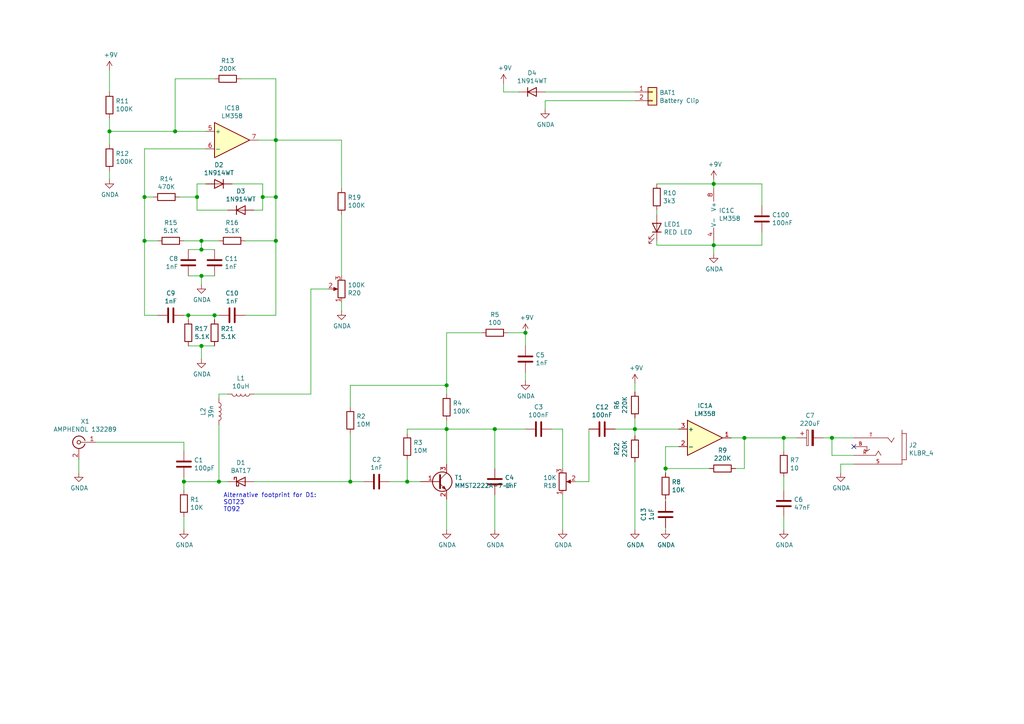
<source format=kicad_sch>
(kicad_sch (version 20210125) (generator eeschema)
  (paper "A4")
  (lib_symbols
    (symbol "Amplifier_Operational:LM358" (pin_names (offset 0.127))
      (property "Reference" "U" (at 0 5.08 0))
      (property "Value" "LM358" (at 0 -5.08 0))
      (symbol "LM358_1_1"
        (polyline (pts (xy -5.08 5.08) (xy 5.08 0) (xy -5.08 -5.08) (xy -5.08 5.08)) (stroke (width 0.254)) (fill (type background)))
        (pin output line (at 7.62 0 180) (length 2.54) (name "~") (number "1"))
        (pin input line (at -7.62 -2.54 0) (length 2.54) (name "-") (number "2"))
        (pin input line (at -7.62 2.54 0) (length 2.54) (name "+") (number "3"))
      )
      (symbol "LM358_2_1"
        (polyline (pts (xy -5.08 5.08) (xy 5.08 0) (xy -5.08 -5.08) (xy -5.08 5.08)) (stroke (width 0.254)) (fill (type background)))
        (pin input line (at -7.62 2.54 0) (length 2.54) (name "+") (number "5"))
        (pin input line (at -7.62 -2.54 0) (length 2.54) (name "-") (number "6"))
        (pin output line (at 7.62 0 180) (length 2.54) (name "~") (number "7"))
      )
      (symbol "LM358_3_1"
        (pin power_in line (at -2.54 -7.62 90) (length 3.81) (name "V-") (number "4"))
        (pin power_in line (at -2.54 7.62 270) (length 3.81) (name "V+") (number "8"))
      )
    )
    (symbol "Connector:Conn_Coaxial" (pin_names (offset 1.016) hide)
      (property "Reference" "J" (at 0.254 3.048 0))
      (property "Value" "Conn_Coaxial" (at 2.921 0 90))
      (symbol "Conn_Coaxial_0_1"
        (arc (start -1.778 0.508) (end 1.778 0) (radius (at -0.0508 0) (length 1.8034) (angles 163.6 0)) (stroke (width 0.254)))
        (arc (start 1.778 0) (end -1.778 -0.508) (radius (at -0.0254 0) (length 1.8034) (angles 0 -163.8)) (stroke (width 0.254)))
        (circle (center 0 0) (radius 0.508) (stroke (width 0.2032)))
        (polyline (pts (xy -2.54 0) (xy -0.508 0)))
        (polyline (pts (xy 0 -2.54) (xy 0 -1.778)))
      )
      (symbol "Conn_Coaxial_1_1"
        (pin passive line (at -5.08 0 0) (length 2.54) (name "In") (number "1"))
        (pin passive line (at 0 -5.08 90) (length 2.54) (name "Ext") (number "2"))
      )
    )
    (symbol "Connector_Generic:Conn_01x02" (pin_names (offset 1.016) hide)
      (property "Reference" "J" (at 0 2.54 0))
      (property "Value" "Conn_01x02" (at 0 -5.08 0))
      (symbol "Conn_01x02_1_1"
        (rectangle (start -1.27 -2.413) (end 0 -2.667) (stroke (width 0.1524)))
        (rectangle (start -1.27 0.127) (end 0 -0.127) (stroke (width 0.1524)))
        (rectangle (start -1.27 1.27) (end 1.27 -3.81) (stroke (width 0.254)) (fill (type background)))
        (pin passive line (at -5.08 0 0) (length 3.81) (name "Pin_1") (number "1"))
        (pin passive line (at -5.08 -2.54 0) (length 3.81) (name "Pin_2") (number "2"))
      )
    )
    (symbol "Device:C" (pin_numbers hide) (pin_names (offset 0.254))
      (property "Reference" "C" (at 0.635 2.54 0))
      (property "Value" "C" (at 0.635 -2.54 0))
      (symbol "C_0_1"
        (polyline (pts (xy -2.032 -0.762) (xy 2.032 -0.762)) (stroke (width 0.508)))
        (polyline (pts (xy -2.032 0.762) (xy 2.032 0.762)) (stroke (width 0.508)))
      )
      (symbol "C_1_1"
        (pin passive line (at 0 3.81 270) (length 2.794) (name "~") (number "1"))
        (pin passive line (at 0 -3.81 90) (length 2.794) (name "~") (number "2"))
      )
    )
    (symbol "Device:D_Schottky" (pin_numbers hide) (pin_names (offset 1.016) hide)
      (property "Reference" "D" (at 0 2.54 0))
      (property "Value" "D_Schottky" (at 0 -2.54 0))
      (symbol "D_Schottky_0_1"
        (polyline (pts (xy 1.27 0) (xy -1.27 0)))
        (polyline (pts (xy 1.27 1.27) (xy 1.27 -1.27) (xy -1.27 0) (xy 1.27 1.27)) (stroke (width 0.254)))
        (polyline (pts (xy -1.905 0.635) (xy -1.905 1.27) (xy -1.27 1.27) (xy -1.27 -1.27) (xy -0.635 -1.27) (xy -0.635 -0.635)) (stroke (width 0.254)))
      )
      (symbol "D_Schottky_1_1"
        (pin passive line (at -3.81 0 0) (length 2.54) (name "K") (number "1"))
        (pin passive line (at 3.81 0 180) (length 2.54) (name "A") (number "2"))
      )
    )
    (symbol "Device:L" (pin_numbers hide) (pin_names (offset 1.016) hide)
      (property "Reference" "L" (at -1.27 0 90))
      (property "Value" "L" (at 1.905 0 90))
      (symbol "L_0_1"
        (arc (start 0 -2.54) (end 0 -1.27) (radius (at 0 -1.905) (length 0.635) (angles -89.9 89.9)))
        (arc (start 0 -1.27) (end 0 0) (radius (at 0 -0.635) (length 0.635) (angles -89.9 89.9)))
        (arc (start 0 0) (end 0 1.27) (radius (at 0 0.635) (length 0.635) (angles -89.9 89.9)))
        (arc (start 0 1.27) (end 0 2.54) (radius (at 0 1.905) (length 0.635) (angles -89.9 89.9)))
      )
      (symbol "L_1_1"
        (pin passive line (at 0 3.81 270) (length 1.27) (name "1") (number "1"))
        (pin passive line (at 0 -3.81 90) (length 1.27) (name "2") (number "2"))
      )
    )
    (symbol "Device:LED" (pin_numbers hide) (pin_names (offset 1.016) hide)
      (property "Reference" "D" (at 0 2.54 0))
      (property "Value" "LED" (at 0 -2.54 0))
      (symbol "LED_0_1"
        (polyline (pts (xy -1.27 -1.27) (xy -1.27 1.27)) (stroke (width 0.254)))
        (polyline (pts (xy -1.27 0) (xy 1.27 0)))
        (polyline (pts (xy 1.27 -1.27) (xy 1.27 1.27) (xy -1.27 0) (xy 1.27 -1.27)) (stroke (width 0.254)))
        (polyline (pts (xy -3.048 -0.762) (xy -4.572 -2.286) (xy -3.81 -2.286) (xy -4.572 -2.286) (xy -4.572 -1.524)))
        (polyline (pts (xy -1.778 -0.762) (xy -3.302 -2.286) (xy -2.54 -2.286) (xy -3.302 -2.286) (xy -3.302 -1.524)))
      )
      (symbol "LED_1_1"
        (pin passive line (at -3.81 0 0) (length 2.54) (name "K") (number "1"))
        (pin passive line (at 3.81 0 180) (length 2.54) (name "A") (number "2"))
      )
    )
    (symbol "Device:R" (pin_numbers hide) (pin_names (offset 0))
      (property "Reference" "R" (at 2.032 0 90))
      (property "Value" "R" (at 0 0 90))
      (symbol "R_0_1"
        (rectangle (start -1.016 -2.54) (end 1.016 2.54) (stroke (width 0.254)))
      )
      (symbol "R_1_1"
        (pin passive line (at 0 3.81 270) (length 1.27) (name "~") (number "1"))
        (pin passive line (at 0 -3.81 90) (length 1.27) (name "~") (number "2"))
      )
    )
    (symbol "Diode:1N914WT" (pin_numbers hide) (pin_names (offset 1.016) hide)
      (property "Reference" "D" (at 0 2.54 0))
      (property "Value" "1N914WT" (at 0 -2.54 0))
      (symbol "1N914WT_0_1"
        (polyline (pts (xy -1.27 1.27) (xy -1.27 -1.27)) (stroke (width 0.254)))
        (polyline (pts (xy 1.27 0) (xy -1.27 0)))
        (polyline (pts (xy 1.27 1.27) (xy 1.27 -1.27) (xy -1.27 0) (xy 1.27 1.27)) (stroke (width 0.254)))
      )
      (symbol "1N914WT_1_1"
        (pin passive line (at -3.81 0 0) (length 2.54) (name "K") (number "1"))
        (pin passive line (at 3.81 0 180) (length 2.54) (name "A") (number "2"))
      )
    )
    (symbol "Transistor_BJT:BC847W" (pin_names (offset 0) hide)
      (property "Reference" "Q" (at 5.08 1.905 0))
      (property "Value" "BC847W" (at 5.08 0 0))
      (symbol "BC847W_0_1"
        (circle (center 1.27 0) (radius 2.8194) (stroke (width 0.254)))
        (polyline (pts (xy 0.635 0.635) (xy 2.54 2.54)))
        (polyline (pts (xy 0.635 -0.635) (xy 2.54 -2.54) (xy 2.54 -2.54)))
        (polyline (pts (xy 0.635 1.905) (xy 0.635 -1.905) (xy 0.635 -1.905)) (stroke (width 0.508)))
        (polyline (pts (xy 1.27 -1.778) (xy 1.778 -1.27) (xy 2.286 -2.286) (xy 1.27 -1.778) (xy 1.27 -1.778)) (fill (type outline)))
      )
      (symbol "BC847W_1_1"
        (pin input line (at -5.08 0 0) (length 5.715) (name "B") (number "1"))
        (pin passive line (at 2.54 -5.08 90) (length 2.54) (name "E") (number "2"))
        (pin passive line (at 2.54 5.08 270) (length 2.54) (name "C") (number "3"))
      )
    )
    (symbol "sinitsa-rescue:C_Polarized-Device-sinitsa-rescue" (pin_numbers hide) (pin_names (offset 0.254))
      (property "Reference" "C" (at 0.635 2.54 0))
      (property "Value" "C_Polarized-Device-sinitsa-rescue" (at 0.635 -2.54 0))
      (symbol "C_Polarized-Device-sinitsa-rescue_0_1"
        (rectangle (start -2.286 0.508) (end 2.286 1.016))
        (rectangle (start 2.286 -0.508) (end -2.286 -1.016) (fill (type outline)))
        (polyline (pts (xy -1.778 2.286) (xy -0.762 2.286)))
        (polyline (pts (xy -1.27 2.794) (xy -1.27 1.778)))
      )
      (symbol "C_Polarized-Device-sinitsa-rescue_1_1"
        (pin passive line (at 0 3.81 270) (length 2.794) (name "~") (number "1"))
        (pin passive line (at 0 -3.81 90) (length 2.794) (name "~") (number "2"))
      )
    )
    (symbol "sinitsa-rescue:KLBR_4-LUMBERG_3.5-sinitsa-rescue" (pin_names (offset 0))
      (property "Reference" "J" (at 0 5.08 0))
      (property "Value" "KLBR_4-LUMBERG_3.5-sinitsa-rescue" (at 0 7.62 0))
      (symbol "KLBR_4-LUMBERG_3.5-sinitsa-rescue_1_1"
        (polyline (pts (xy -17.78 -6.35) (xy -16.51 -6.35)))
        (polyline (pts (xy -17.78 1.27) (xy -17.78 -6.35)))
        (polyline (pts (xy -16.51 1.27) (xy -17.78 1.27)))
        (polyline (pts (xy -16.51 2.286) (xy -16.51 -7.62)))
        (polyline (pts (xy -14.224 0) (xy -13.462 -1.27)))
        (polyline (pts (xy -13.462 -1.27) (xy -12.446 0)))
        (polyline (pts (xy -10.414 -5.08) (xy -9.652 -3.81)))
        (polyline (pts (xy -9.652 -3.81) (xy -8.89 -5.08)))
        (polyline (pts (xy -7.112 -3.302) (xy -6.35 -3.81)))
        (polyline (pts (xy -6.35 -3.81) (xy -6.35 -2.54)))
        (polyline (pts (xy -5.588 -3.302) (xy -6.35 -3.81)))
        (pin unspecified line (at -2.54 -2.54 180) (length 3.81) (name "B") (number "B"))
        (pin unspecified line (at -2.54 -5.08 180) (length 6.35) (name "R") (number "R"))
        (pin unspecified line (at -2.54 -7.62 180) (length 13.97) (name "S") (number "S"))
        (pin unspecified line (at -2.54 0 180) (length 9.906) (name "T") (number "T"))
      )
    )
    (symbol "sinitsa-rescue:R_Potentiometer-Device-sinitsa-rescue" (pin_names (offset 1.016) hide)
      (property "Reference" "RV" (at -4.445 0 90))
      (property "Value" "R_Potentiometer-Device-sinitsa-rescue" (at -2.54 0 90))
      (symbol "R_Potentiometer-Device-sinitsa-rescue_0_1"
        (rectangle (start 1.016 2.54) (end -1.016 -2.54) (stroke (width 0.254)))
        (polyline (pts (xy 2.54 0) (xy 1.524 0)))
        (polyline (pts (xy 1.143 0) (xy 2.286 0.508) (xy 2.286 -0.508) (xy 1.143 0)) (fill (type outline)))
      )
      (symbol "R_Potentiometer-Device-sinitsa-rescue_1_1"
        (pin passive line (at 0 3.81 270) (length 1.27) (name "1") (number "1"))
        (pin passive line (at 3.81 0 180) (length 1.27) (name "2") (number "2"))
        (pin passive line (at 0 -3.81 90) (length 1.27) (name "3") (number "3"))
      )
    )
    (symbol "power:+9V" (power) (pin_names (offset 0))
      (property "Value" "+9V" (at 0 3.556 0))
      (symbol "+9V_0_1"
        (polyline (pts (xy -0.762 1.27) (xy 0 2.54)))
        (polyline (pts (xy 0 0) (xy 0 2.54)))
        (polyline (pts (xy 0 2.54) (xy 0.762 1.27)))
      )
      (symbol "+9V_1_1"
        (pin power_in line (at 0 0 90) (length 0) hide (name "+9V") (number "1"))
      )
    )
    (symbol "power:GNDA" (power) (pin_names (offset 0))
      (property "Value" "GNDA" (at 0 -3.81 0))
      (symbol "GNDA_0_1"
        (polyline (pts (xy 0 0) (xy 0 -1.27) (xy 1.27 -1.27) (xy 0 -2.54) (xy -1.27 -1.27) (xy 0 -1.27)))
      )
      (symbol "GNDA_1_1"
        (pin power_in line (at 0 0 270) (length 0) hide (name "GNDA") (number "1"))
      )
    )
  )
  (junction (at 31.75 38.1) (diameter 1.016))
  (junction (at 41.91 57.15) (diameter 1.016))
  (junction (at 41.91 69.85) (diameter 1.016))
  (junction (at 50.8 38.1) (diameter 1.016))
  (junction (at 53.34 139.7) (diameter 1.016))
  (junction (at 54.61 91.44) (diameter 1.016))
  (junction (at 57.15 57.15) (diameter 1.016))
  (junction (at 58.42 69.85) (diameter 1.016))
  (junction (at 58.42 72.39) (diameter 1.016))
  (junction (at 58.42 80.01) (diameter 1.016))
  (junction (at 58.42 100.33) (diameter 1.016))
  (junction (at 62.23 91.44) (diameter 1.016))
  (junction (at 63.5 139.7) (diameter 1.016))
  (junction (at 76.2 57.15) (diameter 1.016))
  (junction (at 80.01 40.64) (diameter 1.016))
  (junction (at 80.01 57.15) (diameter 1.016))
  (junction (at 80.01 69.85) (diameter 1.016))
  (junction (at 101.6 139.7) (diameter 1.016))
  (junction (at 118.11 139.7) (diameter 1.016))
  (junction (at 129.54 111.76) (diameter 1.016))
  (junction (at 129.54 124.46) (diameter 1.016))
  (junction (at 143.51 124.46) (diameter 1.016))
  (junction (at 152.4 96.52) (diameter 1.016))
  (junction (at 184.15 124.46) (diameter 1.016))
  (junction (at 193.04 135.89) (diameter 1.016))
  (junction (at 207.01 53.34) (diameter 1.016))
  (junction (at 207.01 71.12) (diameter 1.016))
  (junction (at 215.9 127) (diameter 1.016))
  (junction (at 227.33 127) (diameter 1.016))
  (junction (at 241.3 127) (diameter 1.016))
  (no_connect (at 247.65 129.54))
  (wire (pts (xy 22.86 133.35) (xy 22.86 137.16)))
  (wire (pts (xy 27.94 128.27) (xy 53.34 128.27)))
  (wire (pts (xy 31.75 26.67) (xy 31.75 20.32)))
  (wire (pts (xy 31.75 38.1) (xy 31.75 34.29)))
  (wire (pts (xy 31.75 38.1) (xy 31.75 41.91)))
  (wire (pts (xy 31.75 38.1) (xy 50.8 38.1)))
  (wire (pts (xy 31.75 49.53) (xy 31.75 52.07)))
  (wire (pts (xy 41.91 43.18) (xy 41.91 57.15)))
  (wire (pts (xy 41.91 57.15) (xy 41.91 69.85)))
  (wire (pts (xy 41.91 69.85) (xy 41.91 91.44)))
  (wire (pts (xy 41.91 69.85) (xy 45.72 69.85)))
  (wire (pts (xy 41.91 91.44) (xy 45.72 91.44)))
  (wire (pts (xy 44.45 57.15) (xy 41.91 57.15)))
  (wire (pts (xy 50.8 22.86) (xy 50.8 38.1)))
  (wire (pts (xy 52.07 57.15) (xy 57.15 57.15)))
  (wire (pts (xy 53.34 69.85) (xy 58.42 69.85)))
  (wire (pts (xy 53.34 91.44) (xy 54.61 91.44)))
  (wire (pts (xy 53.34 128.27) (xy 53.34 130.81)))
  (wire (pts (xy 53.34 138.43) (xy 53.34 139.7)))
  (wire (pts (xy 53.34 139.7) (xy 53.34 142.24)))
  (wire (pts (xy 53.34 149.86) (xy 53.34 153.67)))
  (wire (pts (xy 54.61 72.39) (xy 58.42 72.39)))
  (wire (pts (xy 54.61 80.01) (xy 58.42 80.01)))
  (wire (pts (xy 54.61 91.44) (xy 62.23 91.44)))
  (wire (pts (xy 54.61 92.71) (xy 54.61 91.44)))
  (wire (pts (xy 54.61 100.33) (xy 58.42 100.33)))
  (wire (pts (xy 57.15 53.34) (xy 57.15 57.15)))
  (wire (pts (xy 57.15 53.34) (xy 59.69 53.34)))
  (wire (pts (xy 57.15 57.15) (xy 57.15 60.96)))
  (wire (pts (xy 57.15 60.96) (xy 66.04 60.96)))
  (wire (pts (xy 58.42 69.85) (xy 63.5 69.85)))
  (wire (pts (xy 58.42 72.39) (xy 58.42 69.85)))
  (wire (pts (xy 58.42 72.39) (xy 62.23 72.39)))
  (wire (pts (xy 58.42 80.01) (xy 58.42 82.55)))
  (wire (pts (xy 58.42 100.33) (xy 58.42 104.14)))
  (wire (pts (xy 58.42 100.33) (xy 62.23 100.33)))
  (wire (pts (xy 59.69 38.1) (xy 50.8 38.1)))
  (wire (pts (xy 59.69 43.18) (xy 41.91 43.18)))
  (wire (pts (xy 62.23 22.86) (xy 50.8 22.86)))
  (wire (pts (xy 62.23 80.01) (xy 58.42 80.01)))
  (wire (pts (xy 62.23 91.44) (xy 63.5 91.44)))
  (wire (pts (xy 62.23 92.71) (xy 62.23 91.44)))
  (wire (pts (xy 63.5 114.3) (xy 66.04 114.3)))
  (wire (pts (xy 63.5 115.57) (xy 63.5 114.3)))
  (wire (pts (xy 63.5 123.19) (xy 63.5 139.7)))
  (wire (pts (xy 63.5 139.7) (xy 53.34 139.7)))
  (wire (pts (xy 66.04 139.7) (xy 63.5 139.7)))
  (wire (pts (xy 67.31 53.34) (xy 76.2 53.34)))
  (wire (pts (xy 71.12 69.85) (xy 80.01 69.85)))
  (wire (pts (xy 71.12 91.44) (xy 80.01 91.44)))
  (wire (pts (xy 73.66 114.3) (xy 90.17 114.3)))
  (wire (pts (xy 73.66 139.7) (xy 101.6 139.7)))
  (wire (pts (xy 74.93 40.64) (xy 80.01 40.64)))
  (wire (pts (xy 76.2 53.34) (xy 76.2 57.15)))
  (wire (pts (xy 76.2 57.15) (xy 76.2 60.96)))
  (wire (pts (xy 76.2 60.96) (xy 73.66 60.96)))
  (wire (pts (xy 80.01 22.86) (xy 69.85 22.86)))
  (wire (pts (xy 80.01 40.64) (xy 80.01 22.86)))
  (wire (pts (xy 80.01 40.64) (xy 80.01 57.15)))
  (wire (pts (xy 80.01 40.64) (xy 99.06 40.64)))
  (wire (pts (xy 80.01 57.15) (xy 76.2 57.15)))
  (wire (pts (xy 80.01 69.85) (xy 80.01 57.15)))
  (wire (pts (xy 80.01 91.44) (xy 80.01 69.85)))
  (wire (pts (xy 90.17 83.82) (xy 95.25 83.82)))
  (wire (pts (xy 90.17 114.3) (xy 90.17 83.82)))
  (wire (pts (xy 99.06 54.61) (xy 99.06 40.64)))
  (wire (pts (xy 99.06 62.23) (xy 99.06 80.01)))
  (wire (pts (xy 99.06 87.63) (xy 99.06 90.17)))
  (wire (pts (xy 101.6 111.76) (xy 129.54 111.76)))
  (wire (pts (xy 101.6 118.11) (xy 101.6 111.76)))
  (wire (pts (xy 101.6 139.7) (xy 101.6 125.73)))
  (wire (pts (xy 105.41 139.7) (xy 101.6 139.7)))
  (wire (pts (xy 113.03 139.7) (xy 118.11 139.7)))
  (wire (pts (xy 118.11 124.46) (xy 118.11 125.73)))
  (wire (pts (xy 118.11 139.7) (xy 118.11 133.35)))
  (wire (pts (xy 121.92 139.7) (xy 118.11 139.7)))
  (wire (pts (xy 129.54 96.52) (xy 139.7 96.52)))
  (wire (pts (xy 129.54 111.76) (xy 129.54 96.52)))
  (wire (pts (xy 129.54 111.76) (xy 129.54 114.3)))
  (wire (pts (xy 129.54 124.46) (xy 118.11 124.46)))
  (wire (pts (xy 129.54 124.46) (xy 129.54 121.92)))
  (wire (pts (xy 129.54 124.46) (xy 129.54 134.62)))
  (wire (pts (xy 129.54 124.46) (xy 143.51 124.46)))
  (wire (pts (xy 129.54 144.78) (xy 129.54 153.67)))
  (wire (pts (xy 143.51 124.46) (xy 152.4 124.46)))
  (wire (pts (xy 143.51 135.89) (xy 143.51 124.46)))
  (wire (pts (xy 143.51 153.67) (xy 143.51 143.51)))
  (wire (pts (xy 146.05 26.67) (xy 146.05 24.13)))
  (wire (pts (xy 146.05 26.67) (xy 150.495 26.67)))
  (wire (pts (xy 147.32 96.52) (xy 152.4 96.52)))
  (wire (pts (xy 152.4 96.52) (xy 152.4 100.33)))
  (wire (pts (xy 152.4 110.49) (xy 152.4 107.95)))
  (wire (pts (xy 158.115 26.67) (xy 184.15 26.67)))
  (wire (pts (xy 158.115 29.21) (xy 158.115 31.75)))
  (wire (pts (xy 158.115 29.21) (xy 184.15 29.21)))
  (wire (pts (xy 160.02 124.46) (xy 163.195 124.46)))
  (wire (pts (xy 163.195 124.46) (xy 163.195 135.89)))
  (wire (pts (xy 163.195 143.51) (xy 163.195 153.67)))
  (wire (pts (xy 167.005 139.7) (xy 170.815 139.7)))
  (wire (pts (xy 170.815 139.7) (xy 170.815 124.46)))
  (wire (pts (xy 178.435 124.46) (xy 184.15 124.46)))
  (wire (pts (xy 184.15 111.125) (xy 184.15 113.665)))
  (wire (pts (xy 184.15 121.285) (xy 184.15 124.46)))
  (wire (pts (xy 184.15 124.46) (xy 184.15 126.365)))
  (wire (pts (xy 184.15 124.46) (xy 196.85 124.46)))
  (wire (pts (xy 184.15 133.985) (xy 184.15 153.67)))
  (wire (pts (xy 190.5 60.96) (xy 190.5 62.23)))
  (wire (pts (xy 190.5 69.85) (xy 190.5 71.12)))
  (wire (pts (xy 190.5 71.12) (xy 207.01 71.12)))
  (wire (pts (xy 193.04 129.54) (xy 193.04 135.89)))
  (wire (pts (xy 193.04 135.89) (xy 193.04 137.16)))
  (wire (pts (xy 193.04 144.78) (xy 193.04 145.415)))
  (wire (pts (xy 193.04 153.035) (xy 193.04 153.67)))
  (wire (pts (xy 196.85 129.54) (xy 193.04 129.54)))
  (wire (pts (xy 205.74 135.89) (xy 193.04 135.89)))
  (wire (pts (xy 207.01 52.07) (xy 207.01 53.34)))
  (wire (pts (xy 207.01 53.34) (xy 190.5 53.34)))
  (wire (pts (xy 207.01 53.34) (xy 207.01 54.61)))
  (wire (pts (xy 207.01 53.34) (xy 220.98 53.34)))
  (wire (pts (xy 207.01 69.85) (xy 207.01 71.12)))
  (wire (pts (xy 207.01 71.12) (xy 207.01 73.66)))
  (wire (pts (xy 207.01 71.12) (xy 220.98 71.12)))
  (wire (pts (xy 212.09 127) (xy 215.9 127)))
  (wire (pts (xy 215.9 127) (xy 215.9 135.89)))
  (wire (pts (xy 215.9 127) (xy 227.33 127)))
  (wire (pts (xy 215.9 135.89) (xy 213.36 135.89)))
  (wire (pts (xy 220.98 53.34) (xy 220.98 59.69)))
  (wire (pts (xy 220.98 71.12) (xy 220.98 67.31)))
  (wire (pts (xy 227.33 127) (xy 227.33 130.81)))
  (wire (pts (xy 227.33 138.43) (xy 227.33 142.24)))
  (wire (pts (xy 227.33 149.86) (xy 227.33 153.67)))
  (wire (pts (xy 231.14 127) (xy 227.33 127)))
  (wire (pts (xy 238.76 127) (xy 241.3 127)))
  (wire (pts (xy 241.3 127) (xy 241.3 132.08)))
  (wire (pts (xy 241.3 127) (xy 247.65 127)))
  (wire (pts (xy 241.3 132.08) (xy 247.65 132.08)))
  (wire (pts (xy 243.84 134.62) (xy 247.65 134.62)))
  (wire (pts (xy 243.84 137.16) (xy 243.84 134.62)))
  (text "Alternative footprint for D1:\nSOT23\nTO92" (at 64.77 148.59 0) (effects (font (size 1.27 1.27)) (justify left bottom)))
  (symbol (lib_id "power:+9V") (at 31.75 20.32 0) (unit 1)
    (property "Reference" "#PWR0112" (effects hide))
    (property "Value" "+9V" (at 32.131 15.9258 0))
  )
  (symbol (lib_id "power:+9V") (at 146.05 24.13 0) (unit 1)
    (property "Reference" "#PWR0115" (effects hide))
    (property "Value" "+9V" (at 146.431 19.7358 0))
  )
  (symbol (lib_id "power:+9V") (at 152.4 96.52 0) (unit 1)
    (property "Reference" "#PWR0119" (effects hide))
    (property "Value" "+9V" (at 152.781 92.1258 0))
  )
  (symbol (lib_id "power:+9V") (at 184.15 111.125 0) (unit 1)
    (property "Reference" "#PWR0121" (effects hide))
    (property "Value" "+9V" (at 184.531 106.7308 0))
  )
  (symbol (lib_id "power:+9V") (at 207.01 52.07 0) (unit 1)
    (property "Reference" "#PWR0118" (effects hide))
    (property "Value" "+9V" (at 207.391 47.6758 0))
  )
  (symbol (lib_id "Device:L") (at 63.5 119.38 0) (unit 1)
    (property "Reference" "L2" (at 58.9026 119.38 90))
    (property "Value" "39n" (at 61.214 119.38 90))
    (property "Footprint" "Inductor_SMD:L_0402_1005Metric" (effects hide))
  )
  (symbol (lib_id "Device:L") (at 69.85 114.3 270) (unit 1)
    (property "Reference" "L1" (at 69.85 109.7026 90))
    (property "Value" "10uH" (at 69.85 112.014 90))
    (property "Footprint" "Inductor_SMD:L_0805_2012Metric" (effects hide))
  )
  (symbol (lib_id "power:GNDA") (at 22.86 137.16 0) (unit 1)
    (property "Reference" "#PWR0102" (effects hide))
    (property "Value" "GNDA" (at 22.987 141.5542 0))
  )
  (symbol (lib_id "power:GNDA") (at 31.75 52.07 0) (unit 1)
    (property "Reference" "#PWR0111" (effects hide))
    (property "Value" "GNDA" (at 31.877 56.4642 0))
  )
  (symbol (lib_id "power:GNDA") (at 53.34 153.67 0) (unit 1)
    (property "Reference" "#PWR0101" (effects hide))
    (property "Value" "GNDA" (at 53.467 158.0642 0))
  )
  (symbol (lib_id "power:GNDA") (at 58.42 82.55 0) (unit 1)
    (property "Reference" "#PWR0113" (effects hide))
    (property "Value" "GNDA" (at 58.547 86.9442 0))
  )
  (symbol (lib_id "power:GNDA") (at 58.42 104.14 0) (unit 1)
    (property "Reference" "#PWR0114" (effects hide))
    (property "Value" "GNDA" (at 58.547 108.5342 0))
  )
  (symbol (lib_id "power:GNDA") (at 99.06 90.17 0) (unit 1)
    (property "Reference" "#PWR0110" (effects hide))
    (property "Value" "GNDA" (at 99.187 94.5642 0))
  )
  (symbol (lib_id "power:GNDA") (at 129.54 153.67 0) (unit 1)
    (property "Reference" "#PWR0103" (effects hide))
    (property "Value" "GNDA" (at 129.667 158.0642 0))
  )
  (symbol (lib_id "power:GNDA") (at 143.51 153.67 0) (unit 1)
    (property "Reference" "#PWR0105" (effects hide))
    (property "Value" "GNDA" (at 143.637 158.0642 0))
  )
  (symbol (lib_id "power:GNDA") (at 152.4 110.49 0) (unit 1)
    (property "Reference" "#PWR0104" (effects hide))
    (property "Value" "GNDA" (at 152.527 114.8842 0))
  )
  (symbol (lib_id "power:GNDA") (at 158.115 31.75 0) (unit 1)
    (property "Reference" "#PWR0116" (effects hide))
    (property "Value" "GNDA" (at 158.242 36.1442 0))
  )
  (symbol (lib_id "power:GNDA") (at 163.195 153.67 0) (unit 1)
    (property "Reference" "#PWR0106" (effects hide))
    (property "Value" "GNDA" (at 163.322 158.0642 0))
  )
  (symbol (lib_id "power:GNDA") (at 184.15 153.67 0) (unit 1)
    (property "Reference" "#PWR0120" (effects hide))
    (property "Value" "GNDA" (at 184.277 158.0642 0))
  )
  (symbol (lib_id "power:GNDA") (at 193.04 153.67 0) (unit 1)
    (property "Reference" "#PWR0107" (effects hide))
    (property "Value" "GNDA" (at 193.167 158.0642 0))
  )
  (symbol (lib_id "power:GNDA") (at 207.01 73.66 0) (unit 1)
    (property "Reference" "#PWR0117" (effects hide))
    (property "Value" "GNDA" (at 207.137 78.0542 0))
  )
  (symbol (lib_id "power:GNDA") (at 227.33 153.67 0) (unit 1)
    (property "Reference" "#PWR0108" (effects hide))
    (property "Value" "GNDA" (at 227.457 158.0642 0))
  )
  (symbol (lib_id "power:GNDA") (at 243.84 137.16 0) (unit 1)
    (property "Reference" "#PWR0109" (effects hide))
    (property "Value" "GNDA" (at 243.967 141.5542 0))
  )
  (symbol (lib_id "Device:R") (at 31.75 30.48 0) (unit 1)
    (property "Reference" "R11" (at 33.528 29.3116 0) (effects (justify left)))
    (property "Value" "100K" (at 33.528 31.623 0) (effects (justify left)))
    (property "Footprint" "Resistor_SMD:R_0402_1005Metric" (effects hide))
  )
  (symbol (lib_id "Device:R") (at 31.75 45.72 0) (unit 1)
    (property "Reference" "R12" (at 33.528 44.5516 0) (effects (justify left)))
    (property "Value" "100K" (at 33.528 46.863 0) (effects (justify left)))
    (property "Footprint" "Resistor_SMD:R_0402_1005Metric" (effects hide))
  )
  (symbol (lib_id "Device:R") (at 48.26 57.15 270) (unit 1)
    (property "Reference" "R14" (at 48.26 51.8922 90))
    (property "Value" "470K" (at 48.26 54.2036 90))
    (property "Footprint" "Resistor_SMD:R_0402_1005Metric" (effects hide))
  )
  (symbol (lib_id "Device:R") (at 49.53 69.85 270) (unit 1)
    (property "Reference" "R15" (at 49.53 64.5922 90))
    (property "Value" "5.1K" (at 49.53 66.9036 90))
    (property "Footprint" "Resistor_SMD:R_0402_1005Metric" (effects hide))
  )
  (symbol (lib_id "Device:R") (at 53.34 146.05 0) (unit 1)
    (property "Reference" "R1" (at 55.118 144.8816 0) (effects (justify left)))
    (property "Value" "10K" (at 55.118 147.193 0) (effects (justify left)))
    (property "Footprint" "Resistor_SMD:R_0402_1005Metric" (effects hide))
  )
  (symbol (lib_id "Device:R") (at 54.61 96.52 0) (unit 1)
    (property "Reference" "R17" (at 56.388 95.3516 0) (effects (justify left)))
    (property "Value" "5.1K" (at 56.388 97.663 0) (effects (justify left)))
    (property "Footprint" "Resistor_SMD:R_0402_1005Metric" (effects hide))
  )
  (symbol (lib_id "Device:R") (at 62.23 96.52 0) (unit 1)
    (property "Reference" "R21" (at 64.008 95.3516 0) (effects (justify left)))
    (property "Value" "5.1K" (at 64.008 97.663 0) (effects (justify left)))
    (property "Footprint" "Resistor_SMD:R_0402_1005Metric" (effects hide))
  )
  (symbol (lib_id "Device:R") (at 66.04 22.86 270) (unit 1)
    (property "Reference" "R13" (at 66.04 17.6022 90))
    (property "Value" "200K" (at 66.04 19.9136 90))
    (property "Footprint" "Resistor_SMD:R_0402_1005Metric" (effects hide))
  )
  (symbol (lib_id "Device:R") (at 67.31 69.85 270) (unit 1)
    (property "Reference" "R16" (at 67.31 64.5922 90))
    (property "Value" "5.1K" (at 67.31 66.9036 90))
    (property "Footprint" "Resistor_SMD:R_0402_1005Metric" (effects hide))
  )
  (symbol (lib_id "Device:R") (at 99.06 58.42 0) (unit 1)
    (property "Reference" "R19" (at 100.838 57.2516 0) (effects (justify left)))
    (property "Value" "100K" (at 100.838 59.563 0) (effects (justify left)))
    (property "Footprint" "Resistor_SMD:R_0402_1005Metric" (effects hide))
  )
  (symbol (lib_id "Device:R") (at 101.6 121.92 0) (unit 1)
    (property "Reference" "R2" (at 103.378 120.7516 0) (effects (justify left)))
    (property "Value" "10M" (at 103.378 123.063 0) (effects (justify left)))
    (property "Footprint" "Resistor_SMD:R_0402_1005Metric" (effects hide))
  )
  (symbol (lib_id "Device:R") (at 118.11 129.54 0) (unit 1)
    (property "Reference" "R3" (at 119.888 128.3716 0) (effects (justify left)))
    (property "Value" "10M" (at 119.888 130.683 0) (effects (justify left)))
    (property "Footprint" "Resistor_SMD:R_0402_1005Metric" (effects hide))
  )
  (symbol (lib_id "Device:R") (at 129.54 118.11 0) (unit 1)
    (property "Reference" "R4" (at 131.318 116.9416 0) (effects (justify left)))
    (property "Value" "100K" (at 131.318 119.253 0) (effects (justify left)))
    (property "Footprint" "Resistor_SMD:R_0402_1005Metric" (effects hide))
  )
  (symbol (lib_id "Device:R") (at 143.51 96.52 270) (unit 1)
    (property "Reference" "R5" (at 143.51 91.2622 90))
    (property "Value" "100" (at 143.51 93.5736 90))
    (property "Footprint" "Resistor_SMD:R_0402_1005Metric" (effects hide))
  )
  (symbol (lib_id "Device:R") (at 184.15 117.475 0) (unit 1)
    (property "Reference" "R6" (at 178.8922 117.475 90))
    (property "Value" "220K" (at 181.2036 117.475 90))
    (property "Footprint" "Resistor_SMD:R_0402_1005Metric" (effects hide))
  )
  (symbol (lib_id "Device:R") (at 184.15 130.175 0) (unit 1)
    (property "Reference" "R22" (at 178.8922 130.175 90))
    (property "Value" "220K" (at 181.2036 130.175 90))
    (property "Footprint" "Resistor_SMD:R_0402_1005Metric" (effects hide))
  )
  (symbol (lib_id "Device:R") (at 190.5 57.15 0) (unit 1)
    (property "Reference" "R10" (at 192.278 55.9816 0) (effects (justify left)))
    (property "Value" "3k3" (at 192.278 58.293 0) (effects (justify left)))
    (property "Footprint" "Resistor_SMD:R_0402_1005Metric" (effects hide))
  )
  (symbol (lib_id "Device:R") (at 193.04 140.97 0) (unit 1)
    (property "Reference" "R8" (at 194.818 139.8016 0) (effects (justify left)))
    (property "Value" "10K" (at 194.818 142.113 0) (effects (justify left)))
    (property "Footprint" "Resistor_SMD:R_0402_1005Metric" (effects hide))
  )
  (symbol (lib_id "Device:R") (at 209.55 135.89 270) (unit 1)
    (property "Reference" "R9" (at 209.55 130.6322 90))
    (property "Value" "220K" (at 209.55 132.9436 90))
    (property "Footprint" "Resistor_SMD:R_0402_1005Metric" (effects hide))
  )
  (symbol (lib_id "Device:R") (at 227.33 134.62 0) (unit 1)
    (property "Reference" "R7" (at 229.108 133.4516 0) (effects (justify left)))
    (property "Value" "10" (at 229.108 135.763 0) (effects (justify left)))
    (property "Footprint" "Resistor_SMD:R_0402_1005Metric" (effects hide))
  )
  (symbol (lib_id "Diode:1N914WT") (at 63.5 53.34 180) (unit 1)
    (property "Reference" "D2" (at 63.5 47.8282 0))
    (property "Value" "1N914WT" (at 63.5 50.1396 0))
    (property "Footprint" "Diode_SMD:D_SOD-523" (effects hide))
  )
  (symbol (lib_id "Diode:1N914WT") (at 69.85 60.96 0) (unit 1)
    (property "Reference" "D3" (at 69.85 55.4482 0))
    (property "Value" "1N914WT" (at 69.85 57.7596 0))
    (property "Footprint" "Diode_SMD:D_SOD-523" (effects hide))
  )
  (symbol (lib_id "Device:D_Schottky") (at 69.85 139.7 0) (unit 1)
    (property "Reference" "D1" (at 69.85 134.1882 0))
    (property "Value" "BAT17" (at 69.85 136.4996 0))
    (property "Footprint" "Diode_SMD:D_SOT-23_ANK" (effects hide))
  )
  (symbol (lib_id "Diode:1N914WT") (at 154.305 26.67 0) (unit 1)
    (property "Reference" "D4" (at 154.305 21.1582 0))
    (property "Value" "1N914WT" (at 154.305 23.4696 0))
    (property "Footprint" "Diode_SMD:D_SOD-523" (effects hide))
  )
  (symbol (lib_id "Device:LED") (at 190.5 66.04 270) (mirror x) (unit 1)
    (property "Reference" "LED1" (at 192.532 65.0494 90) (effects (justify left)))
    (property "Value" "RED LED" (at 192.532 67.3608 90) (effects (justify left)))
    (property "Footprint" "LED_SMD:LED_0805_2012Metric" (effects hide))
  )
  (symbol (lib_id "Amplifier_Operational:LM358") (at 209.55 62.23 0) (unit 3)
    (property "Reference" "IC1" (at 208.4832 61.0616 0) (effects (justify left)))
    (property "Value" "LM358" (at 208.4832 63.373 0) (effects (justify left)))
    (property "Footprint" "Package_SO:SOIC-8_3.9x4.9mm_P1.27mm" (effects hide))
  )
  (symbol (lib_id "Connector_Generic:Conn_01x02") (at 189.23 26.67 0) (unit 1)
    (property "Reference" "BAT1" (at 191.262 26.8732 0) (effects (justify left)))
    (property "Value" "Battery Clip" (at 191.262 29.1846 0) (effects (justify left)))
    (property "Footprint" "Connector_PinHeader_2.54mm:PinHeader_1x02_P2.54mm_Vertical" (effects hide))
    (property "Supplier" "RS 489-021" (effects hide))
    (property "Manufacturer" "RS PRO" (effects hide))
    (property "P/N" "489-021" (effects hide))
  )
  (symbol (lib_id "Device:C") (at 49.53 91.44 270) (unit 1)
    (property "Reference" "C9" (at 49.53 85.0392 90))
    (property "Value" "1nF" (at 49.53 87.3506 90))
    (property "Footprint" "Capacitor_SMD:C_0402_1005Metric" (effects hide))
  )
  (symbol (lib_id "Device:C") (at 53.34 134.62 0) (unit 1)
    (property "Reference" "C1" (at 56.261 133.4516 0) (effects (justify left)))
    (property "Value" "100pF" (at 56.261 135.763 0) (effects (justify left)))
    (property "Footprint" "Capacitor_SMD:C_0402_1005Metric" (effects hide))
  )
  (symbol (lib_id "Device:C") (at 54.61 76.2 0) (mirror x) (unit 1)
    (property "Reference" "C8" (at 51.689 75.0316 0) (effects (justify right)))
    (property "Value" "1nF" (at 51.689 77.343 0) (effects (justify right)))
    (property "Footprint" "Capacitor_SMD:C_0402_1005Metric" (effects hide))
  )
  (symbol (lib_id "Device:C") (at 62.23 76.2 0) (unit 1)
    (property "Reference" "C11" (at 65.151 75.0316 0) (effects (justify left)))
    (property "Value" "1nF" (at 65.151 77.343 0) (effects (justify left)))
    (property "Footprint" "Capacitor_SMD:C_0402_1005Metric" (effects hide))
  )
  (symbol (lib_id "Device:C") (at 67.31 91.44 270) (unit 1)
    (property "Reference" "C10" (at 67.31 85.0392 90))
    (property "Value" "1nF" (at 67.31 87.3506 90))
    (property "Footprint" "Capacitor_SMD:C_0402_1005Metric" (effects hide))
  )
  (symbol (lib_id "Device:C") (at 109.22 139.7 270) (unit 1)
    (property "Reference" "C2" (at 109.22 133.2992 90))
    (property "Value" "1nF" (at 109.22 135.6106 90))
    (property "Footprint" "Capacitor_SMD:C_0402_1005Metric" (effects hide))
  )
  (symbol (lib_id "Device:C") (at 143.51 139.7 0) (unit 1)
    (property "Reference" "C4" (at 146.431 138.5316 0) (effects (justify left)))
    (property "Value" "1nF" (at 146.431 140.843 0) (effects (justify left)))
    (property "Footprint" "Capacitor_SMD:C_0402_1005Metric" (effects hide))
  )
  (symbol (lib_id "Device:C") (at 152.4 104.14 0) (unit 1)
    (property "Reference" "C5" (at 155.321 102.9716 0) (effects (justify left)))
    (property "Value" "1nF" (at 155.321 105.283 0) (effects (justify left)))
    (property "Footprint" "Capacitor_SMD:C_0402_1005Metric" (effects hide))
  )
  (symbol (lib_id "Device:C") (at 156.21 124.46 270) (unit 1)
    (property "Reference" "C3" (at 156.21 118.0592 90))
    (property "Value" "100nF" (at 156.21 120.3706 90))
    (property "Footprint" "Capacitor_SMD:C_0402_1005Metric" (effects hide))
  )
  (symbol (lib_id "Device:C") (at 174.625 124.46 270) (unit 1)
    (property "Reference" "C12" (at 174.625 118.0592 90))
    (property "Value" "100nF" (at 174.625 120.3706 90))
    (property "Footprint" "Capacitor_SMD:C_0402_1005Metric" (effects hide))
  )
  (symbol (lib_id "Device:C") (at 193.04 149.225 0) (unit 1)
    (property "Reference" "C13" (at 186.6392 149.225 90))
    (property "Value" "1uF" (at 188.951 149.225 90))
    (property "Footprint" "Capacitor_SMD:C_0402_1005Metric" (effects hide))
  )
  (symbol (lib_id "Device:C") (at 220.98 63.5 0) (unit 1)
    (property "Reference" "C100" (at 223.901 62.3316 0) (effects (justify left)))
    (property "Value" "100nF" (at 223.901 64.643 0) (effects (justify left)))
    (property "Footprint" "Capacitor_SMD:C_0402_1005Metric" (effects hide))
  )
  (symbol (lib_id "Device:C") (at 227.33 146.05 0) (unit 1)
    (property "Reference" "C6" (at 230.251 144.8816 0) (effects (justify left)))
    (property "Value" "47nF" (at 230.251 147.193 0) (effects (justify left)))
    (property "Footprint" "Capacitor_SMD:C_0603_1608Metric" (effects hide))
  )
  (symbol (lib_id "sinitsa-rescue:C_Polarized-Device-sinitsa-rescue") (at 234.95 127 90) (mirror x) (unit 1)
    (property "Reference" "C7" (at 234.95 120.523 90))
    (property "Value" "220uF" (at 234.95 122.8344 90))
    (property "Footprint" "Capacitor_SMD:CP_Elec_6.3x7.7" (effects hide))
  )
  (symbol (lib_id "sinitsa-rescue:R_Potentiometer-Device-sinitsa-rescue") (at 99.06 83.82 180) (unit 1)
    (property "Reference" "R20" (at 100.838 84.9884 0) (effects (justify right)))
    (property "Value" "100K" (at 100.838 82.677 0) (effects (justify right)))
    (property "Footprint" "Potentiometer_THT:Potentiometer_Alps_RK097_Single_Horizontal" (effects hide))
    (property "Supplier" "RS 249-9143" (effects hide))
    (property "Manufacturer" "ALPS" (effects hide))
    (property "P/N" "RK0971110700" (effects hide))
  )
  (symbol (lib_id "sinitsa-rescue:R_Potentiometer-Device-sinitsa-rescue") (at 163.195 139.7 0) (mirror x) (unit 1)
    (property "Reference" "R18" (at 161.4424 140.8684 0) (effects (justify right)))
    (property "Value" "10K" (at 161.4424 138.557 0) (effects (justify right)))
    (property "Footprint" "Potentiometer_THT:Potentiometer_Alps_RK097_Single_Horizontal" (effects hide))
    (property "Supplier" "RS 249-9121" (effects hide))
    (property "Manufacturer" "ALPS" (effects hide))
    (property "P/N" "RK097111030X" (effects hide))
  )
  (symbol (lib_id "Connector:Conn_Coaxial") (at 22.86 128.27 0) (mirror y) (unit 1)
    (property "Reference" "X1" (at 24.6888 122.2248 0))
    (property "Value" "AMPHENOL 132289" (at 24.6888 124.5362 0))
    (property "Footprint" "Connector_Coaxial:SMA_Amphenol_132289_EdgeMount" (effects hide))
    (property "Datasheet" " ~" (effects hide))
    (property "Supplier" "RS 144-0902" (effects hide))
    (property "Manufacturer" "Amphenol" (effects hide))
    (property "P/N" "132289" (effects hide))
  )
  (symbol (lib_id "Transistor_BJT:BC847W") (at 127 139.7 0) (unit 1)
    (property "Reference" "T1" (at 131.826 138.5316 0) (effects (justify left)))
    (property "Value" "MMST2222A-7-F" (at 131.826 140.843 0) (effects (justify left)))
    (property "Footprint" "Package_TO_SOT_SMD:SOT-323_SC-70" (effects hide))
  )
  (symbol (lib_id "Amplifier_Operational:LM358") (at 67.31 40.64 0) (unit 2)
    (property "Reference" "IC1" (at 67.31 31.3182 0))
    (property "Value" "LM358" (at 67.31 33.6296 0))
    (property "Footprint" "Package_SO:SOIC-8_3.9x4.9mm_P1.27mm" (effects hide))
  )
  (symbol (lib_id "Amplifier_Operational:LM358") (at 204.47 127 0) (unit 1)
    (property "Reference" "IC1" (at 204.47 117.6782 0))
    (property "Value" "LM358" (at 204.47 119.9896 0))
    (property "Footprint" "Package_SO:SOIC-8_3.9x4.9mm_P1.27mm" (effects hide))
  )
  (symbol (lib_id "sinitsa-rescue:KLBR_4-LUMBERG_3.5-sinitsa-rescue") (at 245.11 127 0) (mirror y) (unit 1)
    (property "Reference" "J2" (at 263.6012 129.1082 0) (effects (justify right)))
    (property "Value" "KLBR_4" (at 263.6012 131.4196 0) (effects (justify right)))
    (property "Footprint" "Lumberg_3.5:Lumberg-KLBR_4-0" (effects hide))
    (property "Datasheet" "http://downloads.lumberg.com/datenblaetter/en/klbr4.pdf" (effects hide))
    (property "Manufacturer" "Lumberg" (effects hide))
    (property "Supplier" "RS 505-1479" (effects hide))
    (property "P/N" "KLBR 4" (effects hide))
  )
)
</source>
